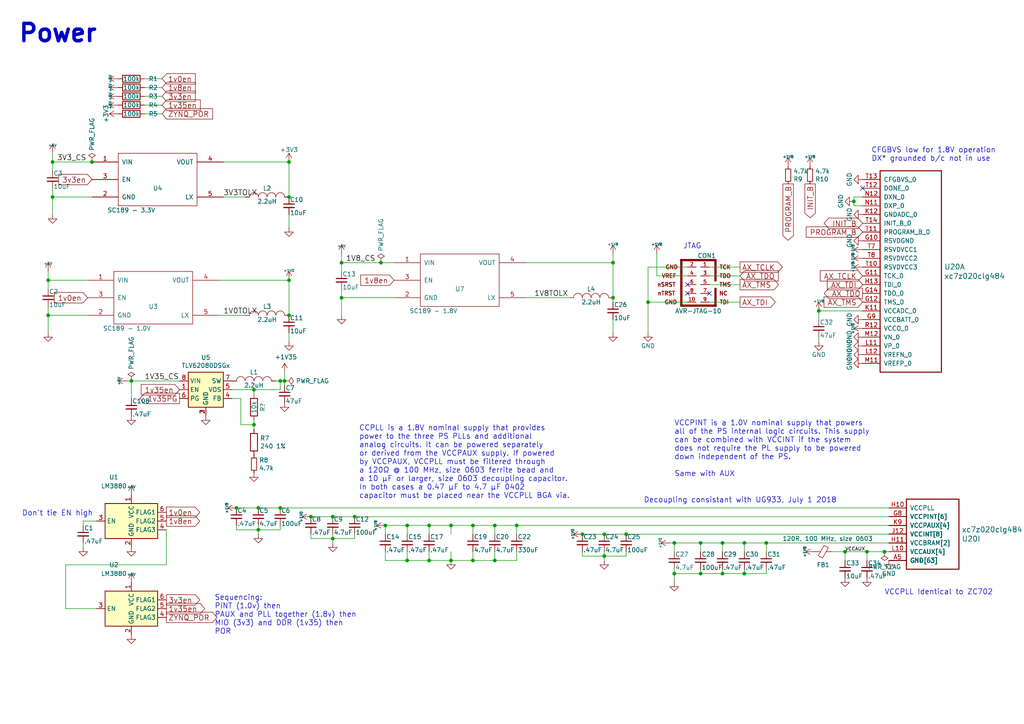
<source format=kicad_sch>
(kicad_sch (version 20230121) (generator eeschema)
  (paper "A4")
  (junction (at 130.81 162.56))
  (junction (at 177.8 76.2))
  (junction (at 118.11 152.4))
  (junction (at 13.97 81.28))
  (junction (at 195.58 166.37))
  (junction (at 83.82 57.15))
  (junction (at 111.76 152.4))
  (junction (at 130.81 152.4))
  (junction (at 81.28 110.49))
  (junction (at 83.82 91.44))
  (junction (at 15.24 57.15))
  (junction (at 215.9 166.37))
  (junction (at 38.1 110.49))
  (junction (at 177.8 86.36))
  (junction (at 68.58 147.32))
  (junction (at 149.86 152.4))
  (junction (at 175.26 161.29))
  (junction (at 15.24 46.99))
  (junction (at 245.11 160.02))
  (junction (at 102.87 149.86))
  (junction (at 73.66 113.03))
  (junction (at 168.91 154.94))
  (junction (at 222.25 157.48))
  (junction (at 110.49 76.2))
  (junction (at 83.82 46.99))
  (junction (at 195.58 157.48))
  (junction (at 26.67 46.99))
  (junction (at 124.46 162.56))
  (junction (at 209.55 157.48))
  (junction (at 90.17 149.86))
  (junction (at 137.16 152.4))
  (junction (at 82.55 110.49))
  (junction (at 137.16 162.56))
  (junction (at 237.49 90.17))
  (junction (at 175.26 154.94))
  (junction (at 118.11 162.56))
  (junction (at 215.9 157.48))
  (junction (at 96.52 156.21))
  (junction (at 181.61 154.94))
  (junction (at 99.06 76.2))
  (junction (at 209.55 166.37))
  (junction (at 203.2 157.48))
  (junction (at 187.96 87.63))
  (junction (at 13.97 91.44))
  (junction (at 96.52 149.86))
  (junction (at 74.93 147.32))
  (junction (at 73.66 123.19))
  (junction (at 251.46 160.02))
  (junction (at 247.65 58.42))
  (junction (at 74.93 153.67))
  (junction (at 143.51 152.4))
  (junction (at 81.28 147.32))
  (junction (at 124.46 152.4))
  (junction (at 256.54 160.02))
  (junction (at 143.51 162.56))
  (junction (at 99.06 86.36))
  (junction (at 83.82 81.28))
  (junction (at 203.2 166.37))
  (no_connect (at 250.19 54.61))
  (no_connect (at 199.39 85.09))
  (no_connect (at 205.74 85.09))
  (no_connect (at 199.39 82.55))
  (wire (pts (xy 124.46 160.02) (xy 124.46 162.56)))
  (wire (pts (xy 81.28 110.49) (xy 82.55 110.49)))
  (wire (pts (xy 237.49 97.79) (xy 237.49 99.06)))
  (wire (pts (xy 175.26 161.29) (xy 175.26 160.02)))
  (wire (pts (xy 187.96 77.47) (xy 187.96 87.63)))
  (wire (pts (xy 137.16 154.94) (xy 137.16 152.4)))
  (wire (pts (xy 149.86 162.56) (xy 149.86 160.02)))
  (wire (pts (xy 63.5 81.28) (xy 83.82 81.28)))
  (wire (pts (xy 168.91 154.94) (xy 175.26 154.94)))
  (wire (pts (xy 13.97 81.28) (xy 13.97 83.82)))
  (wire (pts (xy 215.9 157.48) (xy 215.9 160.02)))
  (wire (pts (xy 181.61 161.29) (xy 181.61 160.02)))
  (wire (pts (xy 73.66 114.3) (xy 73.66 113.03)))
  (wire (pts (xy 143.51 154.94) (xy 143.51 152.4)))
  (wire (pts (xy 81.28 153.67) (xy 81.28 152.4)))
  (wire (pts (xy 175.26 161.29) (xy 181.61 161.29)))
  (wire (pts (xy 247.65 58.42) (xy 247.65 59.69)))
  (wire (pts (xy 143.51 160.02) (xy 143.51 162.56)))
  (wire (pts (xy 99.06 86.36) (xy 99.06 91.44)))
  (wire (pts (xy 110.49 76.2) (xy 114.3 76.2)))
  (wire (pts (xy 48.26 153.67) (xy 48.26 163.83)))
  (wire (pts (xy 69.85 115.57) (xy 69.85 123.19)))
  (wire (pts (xy 19.05 176.53) (xy 27.94 176.53)))
  (wire (pts (xy 13.97 81.28) (xy 25.4 81.28)))
  (wire (pts (xy 203.2 157.48) (xy 203.2 160.02)))
  (wire (pts (xy 222.25 157.48) (xy 222.25 160.02)))
  (wire (pts (xy 130.81 154.94) (xy 130.81 152.4)))
  (wire (pts (xy 15.24 54.61) (xy 15.24 57.15)))
  (wire (pts (xy 83.82 46.99) (xy 83.82 57.15)))
  (wire (pts (xy 247.65 59.69) (xy 250.19 59.69)))
  (wire (pts (xy 90.17 154.94) (xy 90.17 156.21)))
  (wire (pts (xy 68.58 147.32) (xy 74.93 147.32)))
  (wire (pts (xy 67.31 113.03) (xy 73.66 113.03)))
  (wire (pts (xy 46.99 27.94) (xy 41.91 27.94)))
  (wire (pts (xy 24.13 151.13) (xy 24.13 152.4)))
  (wire (pts (xy 74.93 153.67) (xy 81.28 153.67)))
  (wire (pts (xy 15.24 44.45) (xy 15.24 46.99)))
  (wire (pts (xy 215.9 166.37) (xy 222.25 166.37)))
  (wire (pts (xy 36.83 110.49) (xy 38.1 110.49)))
  (wire (pts (xy 177.8 76.2) (xy 177.8 86.36)))
  (wire (pts (xy 83.82 96.52) (xy 83.82 99.06)))
  (wire (pts (xy 74.93 153.67) (xy 74.93 152.4)))
  (wire (pts (xy 251.46 160.02) (xy 251.46 162.56)))
  (wire (pts (xy 250.19 90.17) (xy 237.49 90.17)))
  (wire (pts (xy 203.2 157.48) (xy 209.55 157.48)))
  (wire (pts (xy 143.51 162.56) (xy 149.86 162.56)))
  (wire (pts (xy 237.49 90.17) (xy 237.49 92.71)))
  (wire (pts (xy 187.96 87.63) (xy 187.96 96.52)))
  (wire (pts (xy 175.26 161.29) (xy 175.26 162.56)))
  (wire (pts (xy 149.86 152.4) (xy 257.81 152.4)))
  (wire (pts (xy 181.61 154.94) (xy 257.81 154.94)))
  (wire (pts (xy 99.06 76.2) (xy 99.06 78.74)))
  (wire (pts (xy 82.55 110.49) (xy 82.55 111.76)))
  (wire (pts (xy 96.52 149.86) (xy 102.87 149.86)))
  (wire (pts (xy 222.25 157.48) (xy 257.81 157.48)))
  (wire (pts (xy 15.24 57.15) (xy 15.24 62.23)))
  (wire (pts (xy 15.24 46.99) (xy 26.67 46.99)))
  (wire (pts (xy 96.52 156.21) (xy 102.87 156.21)))
  (wire (pts (xy 71.12 57.15) (xy 64.77 57.15)))
  (wire (pts (xy 19.05 163.83) (xy 19.05 176.53)))
  (wire (pts (xy 124.46 152.4) (xy 130.81 152.4)))
  (wire (pts (xy 90.17 149.86) (xy 96.52 149.86)))
  (wire (pts (xy 83.82 81.28) (xy 83.82 91.44)))
  (wire (pts (xy 195.58 157.48) (xy 203.2 157.48)))
  (wire (pts (xy 199.39 80.01) (xy 190.5 80.01)))
  (wire (pts (xy 215.9 166.37) (xy 215.9 165.1)))
  (wire (pts (xy 209.55 157.48) (xy 215.9 157.48)))
  (wire (pts (xy 99.06 76.2) (xy 110.49 76.2)))
  (wire (pts (xy 250.19 57.15) (xy 247.65 57.15)))
  (wire (pts (xy 111.76 154.94) (xy 111.76 152.4)))
  (wire (pts (xy 124.46 154.94) (xy 124.46 152.4)))
  (wire (pts (xy 83.82 62.23) (xy 83.82 66.04)))
  (wire (pts (xy 247.65 57.15) (xy 247.65 58.42)))
  (wire (pts (xy 80.01 110.49) (xy 81.28 110.49)))
  (wire (pts (xy 137.16 160.02) (xy 137.16 162.56)))
  (wire (pts (xy 118.11 160.02) (xy 118.11 162.56)))
  (wire (pts (xy 257.81 160.02) (xy 256.54 160.02)))
  (wire (pts (xy 195.58 165.1) (xy 195.58 166.37)))
  (wire (pts (xy 73.66 124.46) (xy 73.66 123.19)))
  (wire (pts (xy 38.1 115.57) (xy 38.1 110.49)))
  (wire (pts (xy 209.55 166.37) (xy 209.55 165.1)))
  (wire (pts (xy 73.66 123.19) (xy 73.66 121.92)))
  (wire (pts (xy 195.58 160.02) (xy 195.58 157.48)))
  (wire (pts (xy 199.39 87.63) (xy 187.96 87.63)))
  (wire (pts (xy 46.99 22.86) (xy 41.91 22.86)))
  (wire (pts (xy 111.76 152.4) (xy 118.11 152.4)))
  (wire (pts (xy 215.9 157.48) (xy 222.25 157.48)))
  (wire (pts (xy 124.46 162.56) (xy 130.81 162.56)))
  (wire (pts (xy 152.4 76.2) (xy 177.8 76.2)))
  (wire (pts (xy 190.5 80.01) (xy 190.5 73.66)))
  (wire (pts (xy 90.17 156.21) (xy 96.52 156.21)))
  (wire (pts (xy 24.13 157.48) (xy 24.13 158.75)))
  (wire (pts (xy 245.11 160.02) (xy 251.46 160.02)))
  (wire (pts (xy 102.87 156.21) (xy 102.87 154.94)))
  (wire (pts (xy 214.63 87.63) (xy 205.74 87.63)))
  (wire (pts (xy 13.97 88.9) (xy 13.97 91.44)))
  (wire (pts (xy 177.8 86.36) (xy 177.8 87.63)))
  (wire (pts (xy 209.55 166.37) (xy 215.9 166.37)))
  (wire (pts (xy 99.06 83.82) (xy 99.06 86.36)))
  (wire (pts (xy 256.54 160.02) (xy 251.46 160.02)))
  (wire (pts (xy 130.81 152.4) (xy 137.16 152.4)))
  (wire (pts (xy 99.06 86.36) (xy 114.3 86.36)))
  (wire (pts (xy 209.55 157.48) (xy 209.55 160.02)))
  (wire (pts (xy 241.3 160.02) (xy 245.11 160.02)))
  (wire (pts (xy 118.11 152.4) (xy 124.46 152.4)))
  (wire (pts (xy 130.81 160.02) (xy 130.81 162.56)))
  (wire (pts (xy 96.52 156.21) (xy 96.52 157.48)))
  (wire (pts (xy 203.2 166.37) (xy 209.55 166.37)))
  (wire (pts (xy 143.51 152.4) (xy 149.86 152.4)))
  (wire (pts (xy 195.58 166.37) (xy 195.58 168.91)))
  (wire (pts (xy 41.91 30.48) (xy 46.99 30.48)))
  (wire (pts (xy 214.63 80.01) (xy 205.74 80.01)))
  (wire (pts (xy 195.58 166.37) (xy 203.2 166.37)))
  (wire (pts (xy 130.81 162.56) (xy 137.16 162.56)))
  (wire (pts (xy 137.16 152.4) (xy 143.51 152.4)))
  (wire (pts (xy 13.97 78.74) (xy 13.97 81.28)))
  (wire (pts (xy 137.16 162.56) (xy 143.51 162.56)))
  (wire (pts (xy 118.11 162.56) (xy 124.46 162.56)))
  (wire (pts (xy 63.5 91.44) (xy 71.12 91.44)))
  (wire (pts (xy 214.63 77.47) (xy 205.74 77.47)))
  (wire (pts (xy 99.06 73.66) (xy 99.06 76.2)))
  (wire (pts (xy 68.58 152.4) (xy 68.58 153.67)))
  (wire (pts (xy 73.66 113.03) (xy 81.28 113.03)))
  (wire (pts (xy 13.97 91.44) (xy 13.97 96.52)))
  (wire (pts (xy 74.93 147.32) (xy 81.28 147.32)))
  (wire (pts (xy 118.11 152.4) (xy 118.11 154.94)))
  (wire (pts (xy 177.8 92.71) (xy 177.8 96.52)))
  (wire (pts (xy 64.77 46.99) (xy 83.82 46.99)))
  (wire (pts (xy 175.26 154.94) (xy 181.61 154.94)))
  (wire (pts (xy 38.1 110.49) (xy 52.07 110.49)))
  (wire (pts (xy 177.8 73.66) (xy 177.8 76.2)))
  (wire (pts (xy 203.2 166.37) (xy 203.2 165.1)))
  (wire (pts (xy 81.28 113.03) (xy 81.28 110.49)))
  (wire (pts (xy 149.86 152.4) (xy 149.86 154.94)))
  (wire (pts (xy 152.4 86.36) (xy 165.1 86.36)))
  (wire (pts (xy 82.55 110.49) (xy 82.55 107.95)))
  (wire (pts (xy 68.58 153.67) (xy 74.93 153.67)))
  (wire (pts (xy 67.31 115.57) (xy 69.85 115.57)))
  (wire (pts (xy 168.91 160.02) (xy 168.91 161.29)))
  (wire (pts (xy 46.99 33.02) (xy 41.91 33.02)))
  (wire (pts (xy 81.28 147.32) (xy 257.81 147.32)))
  (wire (pts (xy 13.97 91.44) (xy 25.4 91.44)))
  (wire (pts (xy 96.52 156.21) (xy 96.52 154.94)))
  (wire (pts (xy 214.63 82.55) (xy 205.74 82.55)))
  (wire (pts (xy 199.39 77.47) (xy 187.96 77.47)))
  (wire (pts (xy 168.91 161.29) (xy 175.26 161.29)))
  (wire (pts (xy 194.31 157.48) (xy 195.58 157.48)))
  (wire (pts (xy 245.11 160.02) (xy 245.11 162.56)))
  (wire (pts (xy 111.76 160.02) (xy 111.76 162.56)))
  (wire (pts (xy 41.91 25.4) (xy 46.99 25.4)))
  (wire (pts (xy 15.24 46.99) (xy 15.24 49.53)))
  (wire (pts (xy 48.26 163.83) (xy 19.05 163.83)))
  (wire (pts (xy 27.94 151.13) (xy 24.13 151.13)))
  (wire (pts (xy 15.24 57.15) (xy 26.67 57.15)))
  (wire (pts (xy 74.93 153.67) (xy 74.93 154.94)))
  (wire (pts (xy 111.76 162.56) (xy 118.11 162.56)))
  (wire (pts (xy 102.87 149.86) (xy 257.81 149.86)))
  (wire (pts (xy 69.85 123.19) (xy 73.66 123.19)))
  (wire (pts (xy 222.25 166.37) (xy 222.25 165.1)))
  (text "Decoupling consistant with UG933, July 1 2018" (at 186.69 146.05 0) (effects (font (size 1.524 1.524)) (justify left bottom)))
  (text "Power" (at 5.08 12.7 0) (effects (font (size 5.0038 5.0038) (thickness 1.0008) bold) (justify left bottom)))
  (text "VCCPINT is a 1.0V nominal supply that powers \nall of the PS internal logic circuits. This supply \ncan be combined with VCCINT if the system \ndoes not require the PL supply to be powered \ndown independent of the PS.\n\nSame with AUX" (at 195.58 138.43 0) (effects (font (size 1.524 1.524)) (justify left bottom)))
  (text "VCCPLL Identical to ZC702" (at 256.54 172.72 0) (effects (font (size 1.524 1.524)) (justify left bottom)))
  (text "CCPLL is a 1.8V nominal supply that provides \npower to the three PS PLLs and additional\nanalog circuits. It can be powered separately \nor derived from the VCCPAUX supply. If powered\nby VCCPAUX, VCCPLL must be filtered through \na 120Ω @ 100 MHz, size 0603 ferrite bead and\na 10 µF or larger, size 0603 decoupling capacitor. \nIn both cases a 0.47 µF to 4.7 µF 0402\ncapacitor must be placed near the VCCPLL BGA via. " (at 104.14 144.78 0) (effects (font (size 1.524 1.524)) (justify left bottom)))
  (text "Don't tie EN high" (at 6.35 149.86 0) (effects (font (size 1.5494 1.5494)) (justify left bottom)))
  (text "JTAG" (at 198.12 72.39 0) (effects (font (size 1.524 1.524)) (justify left bottom)))
  (text "Sequencing: \nPINT (1.0v) then \nPAUX and PLL together (1.8v) then\nMIO (3v3) and DDR (1v35) then\nPOR" (at 62.23 184.15 0) (effects (font (size 1.524 1.524)) (justify left bottom)))
  (text "CFGBVS low for 1.8V operation\nDX* grounded b/c not in use" (at 252.73 46.99 0) (effects (font (size 1.524 1.524)) (justify left bottom)))
  (label "1V0TOLX" (at 64.77 91.44 0) (effects (font (size 1.524 1.524))))
  (label "1V35_CS" (at 41.91 110.49 0) (effects (font (size 1.524 1.524))))
  (label "3V3TOLX" (at 64.77 57.15 0) (effects (font (size 1.524 1.524))))
  (label "3V3_CS" (at 16.51 46.99 0) (effects (font (size 1.524 1.524))))
  (label "1V8TOLX" (at 154.94 86.36 0) (effects (font (size 1.524 1.524))))
  (label "VCCAUX" (at 245.11 160.02 0) (effects (font (size 0.9906 0.9906))))
  (label "1V8_CS" (at 100.33 76.2 0) (effects (font (size 1.524 1.524))))
  (global_label "AX_TDO" (shape input) (at 214.63 80.01 0) (effects (font (size 1.524 1.524))) (property "Intersheetrefs" "${INTERSHEET_REFS}" (effects hide)))
  (global_label "1v0en" (shape input) (at 25.4 86.36 180) (effects (font (size 1.524 1.524))) (property "Intersheetrefs" "${INTERSHEET_REFS}" (effects hide)))
  (global_label "1v35en" (shape input) (at 52.07 113.03 180) (effects (font (size 1.524 1.524))) (property "Intersheetrefs" "${INTERSHEET_REFS}" (effects hide)))
  (global_label "3v3en" (shape output) (at 48.26 173.99 0) (effects (font (size 1.524 1.524))) (property "Intersheetrefs" "${INTERSHEET_REFS}" (effects hide)))
  (global_label "AX_TCLK" (shape input) (at 250.19 80.01 180) (effects (font (size 1.524 1.524))) (property "Intersheetrefs" "${INTERSHEET_REFS}" (effects hide)))
  (global_label "INIT_B" (shape output) (at 234.95 53.34 270) (effects (font (size 1.524 1.524))) (property "Intersheetrefs" "${INTERSHEET_REFS}" (effects hide)))
  (global_label "AX_TCLK" (shape output) (at 214.63 77.47 0) (effects (font (size 1.524 1.524))) (property "Intersheetrefs" "${INTERSHEET_REFS}" (effects hide)))
  (global_label "1v8en" (shape output) (at 48.26 151.13 0) (effects (font (size 1.524 1.524))) (property "Intersheetrefs" "${INTERSHEET_REFS}" (effects hide)))
  (global_label "1v0en" (shape output) (at 48.26 148.59 0) (effects (font (size 1.524 1.524))) (property "Intersheetrefs" "${INTERSHEET_REFS}" (effects hide)))
  (global_label "PROGRAM_B" (shape output) (at 228.6 53.34 270) (effects (font (size 1.524 1.524))) (property "Intersheetrefs" "${INTERSHEET_REFS}" (effects hide)))
  (global_label "INIT_B" (shape bidirectional) (at 250.19 64.77 180) (effects (font (size 1.524 1.524))) (property "Intersheetrefs" "${INTERSHEET_REFS}" (effects hide)))
  (global_label "AX_TMS" (shape input) (at 250.19 87.63 180) (effects (font (size 1.524 1.524))) (property "Intersheetrefs" "${INTERSHEET_REFS}" (effects hide)))
  (global_label "1v0en" (shape input) (at 46.99 22.86 0) (effects (font (size 1.524 1.524))) (property "Intersheetrefs" "${INTERSHEET_REFS}" (effects hide)))
  (global_label "3v3en" (shape input) (at 26.67 52.07 180) (effects (font (size 1.524 1.524))) (property "Intersheetrefs" "${INTERSHEET_REFS}" (effects hide)))
  (global_label "1v8en" (shape input) (at 46.99 25.4 0) (effects (font (size 1.524 1.524))) (property "Intersheetrefs" "${INTERSHEET_REFS}" (effects hide)))
  (global_label "AX_TDO" (shape output) (at 250.19 85.09 180) (effects (font (size 1.524 1.524))) (property "Intersheetrefs" "${INTERSHEET_REFS}" (effects hide)))
  (global_label "ZYNQ_POR" (shape output) (at 48.26 179.07 0) (effects (font (size 1.524 1.524))) (property "Intersheetrefs" "${INTERSHEET_REFS}" (effects hide)))
  (global_label "1v35en" (shape input) (at 46.99 30.48 0) (effects (font (size 1.524 1.524))) (property "Intersheetrefs" "${INTERSHEET_REFS}" (effects hide)))
  (global_label "AX_TDI" (shape output) (at 214.63 87.63 0) (effects (font (size 1.524 1.524))) (property "Intersheetrefs" "${INTERSHEET_REFS}" (effects hide)))
  (global_label "AX_TMS" (shape output) (at 214.63 82.55 0) (effects (font (size 1.524 1.524))) (property "Intersheetrefs" "${INTERSHEET_REFS}" (effects hide)))
  (global_label "PROGRAM_B" (shape input) (at 250.19 67.31 180) (effects (font (size 1.524 1.524))) (property "Intersheetrefs" "${INTERSHEET_REFS}" (effects hide)))
  (global_label "AX_TDI" (shape input) (at 250.19 82.55 180) (effects (font (size 1.524 1.524))) (property "Intersheetrefs" "${INTERSHEET_REFS}" (effects hide)))
  (global_label "1v8en" (shape input) (at 114.3 81.28 180) (effects (font (size 1.524 1.524))) (property "Intersheetrefs" "${INTERSHEET_REFS}" (effects hide)))
  (global_label "ZYNQ_POR" (shape input) (at 46.99 33.02 0) (effects (font (size 1.524 1.524))) (property "Intersheetrefs" "${INTERSHEET_REFS}" (effects hide)))
  (global_label "1v35PG" (shape output) (at 52.07 115.57 180) (effects (font (size 1.524 1.524))) (property "Intersheetrefs" "${INTERSHEET_REFS}" (effects hide)))
  (global_label "3v3en" (shape input) (at 46.99 27.94 0) (effects (font (size 1.524 1.524))) (property "Intersheetrefs" "${INTERSHEET_REFS}" (effects hide)))
  (global_label "1v35en" (shape output) (at 48.26 176.53 0) (effects (font (size 1.524 1.524))) (property "Intersheetrefs" "${INTERSHEET_REFS}" (effects hide)))
  (symbol (lib_id "DFTBoard-rescue:AVR-JTAG-10-") (at 200.66 82.55 0) (mirror y) (unit 1)
    (property "Reference" "CON1" (at 204.978 74.168 0))
    (property "Value" "AVR-JTAG-10" (at 209.296 90.932 0) (effects (justify left bottom)))
    (property "Footprint" "DFTcustom:XilinxJTAG" (effects hide))
    (property "MFR" "DNS" (effects hide))
  )
  (symbol (lib_id "power:GND") (at 187.96 96.52 0) (unit 1)
    (property "Reference" "#PWR038" (effects hide))
    (property "Value" "GND" (at 187.96 100.33 0))
  )
  (symbol (lib_id "power:+1V8") (at 190.5 73.66 0) (unit 1)
    (property "Reference" "#PWR039" (effects hide))
    (property "Value" "+1.8V" (at 190.5 70.866 0) (effects (font (size 0.762 0.762))))
  )
  (symbol (lib_id "Device:C_Small") (at 237.49 95.25 0) (unit 1)
    (property "Reference" "C32" (at 237.744 93.472 0) (effects (justify left)))
    (property "Value" "47uF" (at 237.744 97.282 0) (effects (justify left)))
    (property "Footprint" "Capacitor_SMD:C_0805_2012Metric" (effects hide))
    (property "MFR" "Murata" (effects hide))
    (property "MPN" "GRM219R60J476ME44D" (effects hide))
    (property "SPR" "Digikey" (effects hide))
    (property "SPN" "490-13249-1-ND" (effects hide))
  )
  (symbol (lib_id "power:GND") (at 237.49 99.06 0) (unit 1)
    (property "Reference" "#PWR048" (effects hide))
    (property "Value" "GND" (at 237.49 102.87 0))
  )
  (symbol (lib_id "power:GND") (at 250.19 52.07 270) (unit 1)
    (property "Reference" "#PWR046" (effects hide))
    (property "Value" "GND" (at 246.38 52.07 0))
  )
  (symbol (lib_id "power:+1V8") (at 237.49 90.17 0) (unit 1)
    (property "Reference" "#PWR047" (effects hide))
    (property "Value" "+1.8V" (at 237.49 87.376 0) (effects (font (size 0.762 0.762))))
  )
  (symbol (lib_id "power:+1V0") (at 194.31 157.48 90) (unit 1)
    (property "Reference" "#PWR042" (effects hide))
    (property "Value" "+1.0V" (at 191.516 157.48 0) (effects (font (size 0.762 0.762))))
    (instances (project "DFTBoard" (path "" (reference "#PWR042") (unit 1)) (path "" (reference "#PWR?") (unit 1))))
  )
  (symbol (lib_id "Device:C_Small") (at 203.2 162.56 0) (unit 1)
    (property "Reference" "C28" (at 203.454 160.782 0) (effects (justify left)))
    (property "Value" "100uF" (at 203.454 164.592 0) (effects (justify left)))
    (property "Footprint" "Capacitor_SMD:C_1210_3225Metric" (effects hide))
    (property "MFR" "TAIYO YUDEN" (effects hide))
    (property "MPN" "JMK325ABJ107MM-P" (effects hide))
    (property "SPR" "Digikey" (effects hide))
    (property "SPN" "587-4313-1-ND" (effects hide))
  )
  (symbol (lib_id "power:GND") (at 195.58 168.91 0) (unit 1)
    (property "Reference" "#PWR043" (effects hide))
    (property "Value" "GND" (effects hide))
  )
  (symbol (lib_id "power:GND") (at 257.81 162.56 0) (unit 1)
    (property "Reference" "#PWR057" (effects hide))
    (property "Value" "GND" (at 257.81 166.37 0))
  )
  (symbol (lib_id "DFTBoard-rescue:SC189-") (at 133.35 81.28 0) (unit 1)
    (property "Reference" "U7" (at 133.35 83.82 0))
    (property "Value" "SC189 - 1.8V" (at 125.73 90.17 0))
    (property "Footprint" "Package_TO_SOT_SMD:SOT-23-5" (effects hide))
    (property "Datasheet" "DOCUMENTATION" (effects hide))
    (property "MFR" "Semtech Corporation" (effects hide))
    (property "MPN" "SC189LSKTRT" (effects hide))
    (property "SPR" "Digikey" (effects hide))
    (property "SPN" "SC189LSKCT-ND" (effects hide))
  )
  (symbol (lib_id "DFTBoard-rescue:SC189-") (at 45.72 52.07 0) (unit 1)
    (property "Reference" "U4" (at 45.72 54.61 0))
    (property "Value" "SC189 - 3.3V" (at 38.1 60.96 0))
    (property "Footprint" "Package_TO_SOT_SMD:SOT-23-5" (effects hide))
    (property "Datasheet" "DOCUMENTATION" (effects hide))
    (property "MFR" "Semtech Corporation" (effects hide))
    (property "MPN" "SC189ZSKTRT" (effects hide))
    (property "SPR" "Digikey" (effects hide))
    (property "SPN" "SC189ZSKCT-ND" (effects hide))
  )
  (symbol (lib_id "DFTBoard-rescue:SC189-") (at 44.45 86.36 0) (unit 1)
    (property "Reference" "U3" (at 44.45 88.9 0))
    (property "Value" "SC189 - 1.0V" (at 36.83 95.25 0))
    (property "Footprint" "Package_TO_SOT_SMD:SOT-23-5" (effects hide))
    (property "Datasheet" "DOCUMENTATION" (effects hide))
    (property "MFR" "Semtech Corporation" (effects hide))
    (property "MPN" "SC189ASKTRT" (effects hide))
    (property "SPR" "Digikey" (effects hide))
    (property "SPN" "SC189ASKCT-ND" (effects hide))
  )
  (symbol (lib_id "power:GND") (at 13.97 96.52 0) (unit 1)
    (property "Reference" "#PWR03" (effects hide))
    (property "Value" "GND" (effects hide))
  )
  (symbol (lib_id "Device:C_Small") (at 15.24 52.07 0) (unit 1)
    (property "Reference" "C3" (at 15.494 50.292 0) (effects (justify left)))
    (property "Value" "10uF" (at 15.494 54.102 0) (effects (justify left)))
    (property "Footprint" "Capacitor_SMD:C_0603_1608Metric" (effects hide))
    (property "MFR" "Murata" (effects hide))
    (property "MPN" "GRM188R61A106KE69J" (effects hide))
    (property "SPR" "Digikey" (effects hide))
    (property "SPN" "490-14372-1-ND" (effects hide))
  )
  (symbol (lib_id "Device:C_Small") (at 99.06 81.28 0) (unit 1)
    (property "Reference" "C13" (at 99.314 79.502 0) (effects (justify left)))
    (property "Value" "10uF" (at 99.314 83.312 0) (effects (justify left)))
    (property "Footprint" "Capacitor_SMD:C_0603_1608Metric" (effects hide))
    (property "MFR" "Murata" (effects hide))
    (property "MPN" "GRM188R61A106KE69J" (effects hide))
    (property "SPR" "Digikey" (effects hide))
    (property "SPN" "490-14372-1-ND" (effects hide))
  )
  (symbol (lib_id "Device:C_Small") (at 13.97 86.36 0) (unit 1)
    (property "Reference" "C2" (at 14.224 84.582 0) (effects (justify left)))
    (property "Value" "10uF" (at 14.224 88.392 0) (effects (justify left)))
    (property "Footprint" "Capacitor_SMD:C_0603_1608Metric" (effects hide))
    (property "MFR" "Murata" (effects hide))
    (property "MPN" "GRM188R61A106KE69J" (effects hide))
    (property "SPR" "Digikey" (effects hide))
    (property "SPN" "490-14372-1-ND" (effects hide))
  )
  (symbol (lib_id "Device:C_Small") (at 83.82 59.69 0) (unit 1)
    (property "Reference" "C10" (at 84.074 57.912 0) (effects (justify left)))
    (property "Value" "10uF" (at 84.074 61.722 0) (effects (justify left)))
    (property "Footprint" "Capacitor_SMD:C_0603_1608Metric" (effects hide))
    (property "MFR" "Murata" (effects hide))
    (property "MPN" "GRM188R61A106KE69J" (effects hide))
    (property "SPR" "Digikey" (effects hide))
    (property "SPN" "490-14372-1-ND" (effects hide))
  )
  (symbol (lib_id "Device:C_Small") (at 83.82 93.98 0) (unit 1)
    (property "Reference" "C11" (at 84.074 92.202 0) (effects (justify left)))
    (property "Value" "10uF" (at 84.074 96.012 0) (effects (justify left)))
    (property "Footprint" "Capacitor_SMD:C_0603_1608Metric" (effects hide))
    (property "MFR" "Murata" (effects hide))
    (property "MPN" "GRM188R61A106KE69J" (effects hide))
    (property "SPR" "Digikey" (effects hide))
    (property "SPN" "490-14372-1-ND" (effects hide))
  )
  (symbol (lib_id "Device:C_Small") (at 177.8 90.17 0) (unit 1)
    (property "Reference" "C26" (at 178.054 88.392 0) (effects (justify left)))
    (property "Value" "10uF" (at 178.054 92.202 0) (effects (justify left)))
    (property "Footprint" "Capacitor_SMD:C_0603_1608Metric" (effects hide))
    (property "MFR" "Murata" (effects hide))
    (property "MPN" "GRM188R61A106KE69J" (effects hide))
    (property "SPR" "Digikey" (effects hide))
    (property "SPN" "490-14372-1-ND" (effects hide))
  )
  (symbol (lib_id "power:GND") (at 83.82 66.04 0) (unit 1)
    (property "Reference" "#PWR025" (effects hide))
    (property "Value" "GND" (effects hide))
  )
  (symbol (lib_id "power:GND") (at 83.82 99.06 0) (unit 1)
    (property "Reference" "#PWR027" (effects hide))
    (property "Value" "GND" (effects hide))
  )
  (symbol (lib_id "power:GND") (at 177.8 96.52 0) (unit 1)
    (property "Reference" "#PWR041" (effects hide))
    (property "Value" "GND" (effects hide))
  )
  (symbol (lib_id "power:+1V0") (at 83.82 81.28 0) (unit 1)
    (property "Reference" "#PWR026" (effects hide))
    (property "Value" "+1.0V" (at 83.82 78.486 0) (effects (font (size 0.762 0.762))))
    (instances (project "DFTBoard" (path "" (reference "#PWR026") (unit 1)) (path "" (reference "#PWR?") (unit 1))))
  )
  (symbol (lib_id "power:+1V8") (at 177.8 73.66 0) (unit 1)
    (property "Reference" "#PWR040" (effects hide))
    (property "Value" "+1.8V" (at 177.8 70.866 0) (effects (font (size 0.762 0.762))))
  )
  (symbol (lib_id "DFTBoard-rescue:INDUCTOR_SMALL_P-") (at 77.47 57.15 0) (unit 1)
    (property "Reference" "L2" (at 77.47 54.61 0))
    (property "Value" "2.2uH" (at 77.47 58.42 0))
    (property "Footprint" "Capacitor_SMD:C_1812_4532Metric" (effects hide))
    (property "MFR" "Murata" (effects hide))
    (property "MPN" "LQH43PN2R2M26L" (effects hide))
    (property "SPR" "Digikey" (effects hide))
    (property "SPN" "490-12049-1-ND" (effects hide))
  )
  (symbol (lib_id "DFTBoard-rescue:INDUCTOR_SMALL_P-") (at 77.47 91.44 0) (unit 1)
    (property "Reference" "L3" (at 77.47 88.9 0))
    (property "Value" "2.2uH" (at 77.47 92.71 0))
    (property "Footprint" "Capacitor_SMD:C_1812_4532Metric" (effects hide))
    (property "MFR" "Murata" (effects hide))
    (property "MPN" "LQH43PN2R2M26L" (effects hide))
    (property "SPR" "Digikey" (effects hide))
    (property "SPN" "490-12049-1-ND" (effects hide))
  )
  (symbol (lib_id "DFTBoard-rescue:INDUCTOR_SMALL_P-") (at 171.45 86.36 0) (unit 1)
    (property "Reference" "L4" (at 171.45 83.82 0))
    (property "Value" "2.2uH" (at 171.45 87.63 0))
    (property "Footprint" "Capacitor_SMD:C_1812_4532Metric" (effects hide))
    (property "MFR" "Murata" (effects hide))
    (property "MPN" "LQH43PN2R2M26L" (effects hide))
    (property "SPR" "Digikey" (effects hide))
    (property "SPN" "490-12049-1-ND" (effects hide))
  )
  (symbol (lib_id "power:+3V3") (at 83.82 46.99 0) (unit 1)
    (property "Reference" "#PWR024" (effects hide))
    (property "Value" "+3.3V" (at 83.82 43.434 0))
  )
  (symbol (lib_id "power:GND") (at 15.24 62.23 0) (unit 1)
    (property "Reference" "#PWR05" (effects hide))
    (property "Value" "GND" (effects hide))
  )
  (symbol (lib_id "power:GND") (at 99.06 91.44 0) (unit 1)
    (property "Reference" "#PWR029" (effects hide))
    (property "Value" "GND" (effects hide))
  )
  (symbol (lib_id "Device:C_Small") (at 251.46 165.1 0) (unit 1)
    (property "Reference" "C34" (at 251.714 163.322 0) (effects (justify left)))
    (property "Value" ".47uF" (at 251.714 167.132 0) (effects (justify left)))
    (property "Footprint" "Capacitor_SMD:C_0402_1005Metric" (effects hide))
    (property "MFR" "Yageo" (effects hide))
    (property "MPN" "CC0402KRX5R5BB474" (effects hide))
    (property "SPR" "Digikey" (effects hide))
    (property "SPN" "311-1684-1-ND" (effects hide))
  )
  (symbol (lib_id "power:GND") (at 251.46 167.64 0) (unit 1)
    (property "Reference" "#PWR056" (effects hide))
    (property "Value" "GND" (effects hide))
  )
  (symbol (lib_id "DFTBoard-rescue:Ferrite_Bead_Small-Device") (at 238.76 160.02 270) (unit 1)
    (property "Reference" "FB1" (at 238.76 163.83 90))
    (property "Value" "120R, 100 MHz, size 0603" (at 240.03 156.21 90))
    (property "Footprint" "Capacitor_SMD:C_0603_1608Metric" (effects hide))
    (property "MFR" "Murata Electronics" (effects hide))
    (property "MPN" "BLM18AG121SN1D" (effects hide))
    (property "SPR" "Digikey" (effects hide))
    (property "SPN" "490-1011-1-ND" (effects hide))
    (property "SPURL" "-" (effects hide))
  )
  (symbol (lib_id "power:+1V8") (at 236.22 160.02 90) (unit 1)
    (property "Reference" "#PWR049" (effects hide))
    (property "Value" "+1.8V" (at 233.426 160.02 0) (effects (font (size 0.762 0.762))))
  )
  (symbol (lib_id "Device:C_Small") (at 245.11 165.1 0) (unit 1)
    (property "Reference" "C33" (at 245.364 163.322 0) (effects (justify left)))
    (property "Value" "10uF" (at 245.364 167.132 0) (effects (justify left)))
    (property "Footprint" "Capacitor_SMD:C_0603_1608Metric" (effects hide))
    (property "MFR" "Murata" (effects hide))
    (property "MPN" "GRM188R61A106KE69J" (effects hide))
    (property "SPR" "Digikey" (effects hide))
    (property "SPN" "490-14372-1-ND" (effects hide))
  )
  (symbol (lib_id "power:GND") (at 245.11 167.64 0) (unit 1)
    (property "Reference" "#PWR051" (effects hide))
    (property "Value" "GND" (effects hide))
  )
  (symbol (lib_id "Device:C_Small") (at 149.86 157.48 0) (unit 1)
    (property "Reference" "C22" (at 150.114 155.702 0) (effects (justify left)))
    (property "Value" "330uF" (at 150.114 159.512 0) (effects (justify left)))
    (property "Footprint" "Capacitor_SMD:C_1206_3216Metric" (effects hide))
    (property "MFR" "AVX Corporation" (effects hide))
    (property "MPN" "F950G337MAAAQ2" (effects hide))
    (property "SPR" "Digikey" (effects hide))
    (property "SPN" "478-8378-1-ND" (effects hide))
    (property "SPURL" "-" (effects hide))
  )
  (symbol (lib_id "Device:C_Small") (at 143.51 157.48 0) (unit 1)
    (property "Reference" "C20" (at 143.764 155.702 0) (effects (justify left)))
    (property "Value" "4.7uF" (at 143.764 159.512 0) (effects (justify left)))
    (property "Footprint" "Capacitor_SMD:C_0402_1005Metric" (effects hide))
    (property "MFR" "Murata" (effects hide))
    (property "MPN" "GRM155R60G475ME47D" (effects hide))
    (property "SPR" "Digikey" (effects hide))
    (property "SPN" "490-11980-1-ND" (effects hide))
  )
  (symbol (lib_id "Device:C_Small") (at 137.16 157.48 0) (unit 1)
    (property "Reference" "C19" (at 137.414 155.702 0) (effects (justify left)))
    (property "Value" "4.7uF" (at 137.414 159.512 0) (effects (justify left)))
    (property "Footprint" "Capacitor_SMD:C_0402_1005Metric" (effects hide))
    (property "MFR" "Murata" (effects hide))
    (property "MPN" "GRM155R60G475ME47D" (effects hide))
    (property "SPR" "Digikey" (effects hide))
    (property "SPN" "490-11980-1-ND" (effects hide))
  )
  (symbol (lib_id "Device:C_Small") (at 124.46 157.48 0) (unit 1)
    (property "Reference" "C17" (at 124.714 155.702 0) (effects (justify left)))
    (property "Value" ".47uF" (at 124.714 159.512 0) (effects (justify left)))
    (property "Footprint" "Capacitor_SMD:C_0402_1005Metric" (effects hide))
    (property "MFR" "Yageo" (effects hide))
    (property "MPN" "CC0402KRX5R5BB474" (effects hide))
    (property "SPR" "Digikey" (effects hide))
    (property "SPN" "311-1684-1-ND" (effects hide))
  )
  (symbol (lib_id "Device:C_Small") (at 118.11 157.48 0) (unit 1)
    (property "Reference" "C15" (at 118.364 155.702 0) (effects (justify left)))
    (property "Value" ".47uF" (at 118.364 159.512 0) (effects (justify left)))
    (property "Footprint" "Capacitor_SMD:C_0402_1005Metric" (effects hide))
    (property "MFR" "Yageo" (effects hide))
    (property "MPN" "CC0402KRX5R5BB474" (effects hide))
    (property "SPR" "Digikey" (effects hide))
    (property "SPN" "311-1684-1-ND" (effects hide))
  )
  (symbol (lib_id "Device:C_Small") (at 111.76 157.48 0) (unit 1)
    (property "Reference" "C14" (at 112.014 155.702 0) (effects (justify left)))
    (property "Value" ".47uF" (at 112.014 159.512 0) (effects (justify left)))
    (property "Footprint" "Capacitor_SMD:C_0402_1005Metric" (effects hide))
    (property "MFR" "Yageo" (effects hide))
    (property "MPN" "CC0402KRX5R5BB474" (effects hide))
    (property "SPR" "Digikey" (effects hide))
    (property "SPN" "311-1684-1-ND" (effects hide))
  )
  (symbol (lib_id "Device:C_Small") (at 209.55 162.56 0) (unit 1)
    (property "Reference" "C29" (at 209.804 160.782 0) (effects (justify left)))
    (property "Value" ".47uF" (at 209.804 164.592 0) (effects (justify left)))
    (property "Footprint" "Capacitor_SMD:C_0402_1005Metric" (effects hide))
    (property "MFR" "Yageo" (effects hide))
    (property "MPN" "CC0402KRX5R5BB474" (effects hide))
    (property "SPR" "Digikey" (effects hide))
    (property "SPN" "311-1684-1-ND" (effects hide))
  )
  (symbol (lib_id "Device:C_Small") (at 215.9 162.56 0) (unit 1)
    (property "Reference" "C30" (at 216.154 160.782 0) (effects (justify left)))
    (property "Value" ".47uF" (at 216.154 164.592 0) (effects (justify left)))
    (property "Footprint" "Capacitor_SMD:C_0402_1005Metric" (effects hide))
    (property "MFR" "Yageo" (effects hide))
    (property "MPN" "CC0402KRX5R5BB474" (effects hide))
    (property "SPR" "Digikey" (effects hide))
    (property "SPN" "311-1684-1-ND" (effects hide))
  )
  (symbol (lib_id "Device:C_Small") (at 222.25 162.56 0) (unit 1)
    (property "Reference" "C31" (at 222.504 160.782 0) (effects (justify left)))
    (property "Value" ".47uF" (at 222.504 164.592 0) (effects (justify left)))
    (property "Footprint" "Capacitor_SMD:C_0402_1005Metric" (effects hide))
    (property "MFR" "Yageo" (effects hide))
    (property "MPN" "CC0402KRX5R5BB474" (effects hide))
    (property "SPR" "Digikey" (effects hide))
    (property "SPN" "311-1684-1-ND" (effects hide))
  )
  (symbol (lib_id "Power_Supervisor:LM3880") (at 38.1 151.13 0) (unit 1)
    (property "Reference" "U1" (at 33.02 138.43 0))
    (property "Value" "LM3880" (at 33.02 140.97 0))
    (property "Footprint" "Package_TO_SOT_SMD:SOT-23-6" (effects hide))
    (property "Datasheet" "http://www.ti.com/lit/ds/symlink/lm3880.pdf" (effects hide))
    (property "MFR" "Texas Instruments" (effects hide))
    (property "MPN" "LM3880MF-1AE/NOPB" (effects hide))
    (property "SPR" "Digikey" (effects hide))
    (property "SPN" "LM3880MF-1AE/NOPBDKR-ND" (effects hide))
    (property "SPURL" "-" (effects hide))
  )
  (symbol (lib_id "Power_Supervisor:LM3880") (at 38.1 176.53 0) (unit 1)
    (property "Reference" "U2" (at 33.02 163.83 0))
    (property "Value" "LM3880" (at 33.02 166.37 0))
    (property "Footprint" "Package_TO_SOT_SMD:SOT-23-6" (effects hide))
    (property "Datasheet" "http://www.ti.com/lit/ds/symlink/lm3880.pdf" (effects hide))
    (property "MFR" "Texas Instruments" (effects hide))
    (property "MPN" "LM3880MF-1AE/NOPB" (effects hide))
    (property "SPR" "Digikey" (effects hide))
    (property "SPN" "LM3880MF-1AE/NOPBDKR-ND" (effects hide))
    (property "SPURL" "-" (effects hide))
  )
  (symbol (lib_id "power:+5V") (at 38.1 143.51 0) (unit 1)
    (property "Reference" "#PWR06" (effects hide))
    (property "Value" "+5V" (at 38.1 141.224 0) (effects (font (size 0.762 0.762))))
  )
  (symbol (lib_id "power:+5V") (at 38.1 168.91 0) (unit 1)
    (property "Reference" "#PWR08" (effects hide))
    (property "Value" "+5V" (at 38.1 166.624 0) (effects (font (size 0.762 0.762))))
  )
  (symbol (lib_id "power:GND") (at 38.1 158.75 0) (unit 1)
    (property "Reference" "#PWR07" (effects hide))
    (property "Value" "GND" (effects hide))
  )
  (symbol (lib_id "power:GND") (at 38.1 184.15 0) (unit 1)
    (property "Reference" "#PWR09" (effects hide))
    (property "Value" "GND" (effects hide))
  )
  (symbol (lib_id "Device:R_Small") (at 228.6 50.8 0) (mirror x) (unit 1)
    (property "Reference" "R9" (at 230.0986 51.9684 0) (effects (justify left)))
    (property "Value" "4.7k" (at 230.0986 49.657 0) (effects (justify left)))
    (property "Footprint" "Resistor_SMD:R_0402_1005Metric" (effects hide))
    (property "MFR" "Yageo" (effects hide))
    (property "MPN" "RC0402JR-074K7L" (effects hide))
    (property "SPR" "Digikey" (effects hide))
    (property "SPN" "311-4.7KJRCT-ND" (effects hide))
    (property "SPURL" "-" (effects hide))
    (instances (project "DFTBoard" (path "" (reference "R9") (unit 1)) (path "" (reference "R?") (unit 1))))
  )
  (symbol (lib_id "power:+5V") (at 99.06 73.66 0) (unit 1)
    (property "Reference" "#PWR028" (effects hide))
    (property "Value" "+5V" (at 99.06 71.374 0) (effects (font (size 0.762 0.762))))
  )
  (symbol (lib_id "power:+1V8") (at 228.6 48.26 0) (mirror y) (unit 1)
    (property "Reference" "#PWR044" (effects hide))
    (property "Value" "+1.8V" (at 228.6 45.466 0) (effects (font (size 0.762 0.762))))
  )
  (symbol (lib_id "power:PWR_FLAG") (at 256.54 160.02 180) (unit 1)
    (property "Reference" "#FLG02" (effects hide))
    (property "Value" "PWR_FLAG" (at 256.54 164.4142 0))
  )
  (symbol (lib_id "Device:R") (at 38.1 22.86 90) (unit 1)
    (property "Reference" "R1" (at 44.45 22.86 90))
    (property "Value" "100k" (at 38.1 22.86 90))
    (property "Footprint" "Resistor_SMD:R_0402_1005Metric" (effects hide))
    (property "MFR" "Yageo" (effects hide))
    (property "MPN" "RC0402FR-07100KL" (effects hide))
    (property "SPR" "Digikey" (effects hide))
    (property "SPN" "311-100KLRTR-ND" (effects hide))
    (instances (project "DFTBoard" (path "" (reference "R1") (unit 1)) (path "" (reference "R?") (unit 1))))
  )
  (symbol (lib_id "Device:R_Small") (at 234.95 50.8 0) (mirror x) (unit 1)
    (property "Reference" "R10" (at 236.4486 51.9684 0) (effects (justify left)))
    (property "Value" "4.7k" (at 236.4486 49.657 0) (effects (justify left)))
    (property "Footprint" "Resistor_SMD:R_0402_1005Metric" (effects hide))
    (property "MFR" "Yageo" (effects hide))
    (property "MPN" "RC0402JR-074K7L" (effects hide))
    (property "SPR" "Digikey" (effects hide))
    (property "SPN" "311-4.7KJRCT-ND" (effects hide))
    (property "SPURL" "-" (effects hide))
    (instances (project "DFTBoard" (path "" (reference "R10") (unit 1)) (path "" (reference "R?") (unit 1))))
  )
  (symbol (lib_id "power:+1V8") (at 234.95 48.26 0) (mirror y) (unit 1)
    (property "Reference" "#PWR045" (effects hide))
    (property "Value" "+1.8V" (at 234.95 45.466 0) (effects (font (size 0.762 0.762))))
  )
  (symbol (lib_id "Device:R") (at 38.1 25.4 90) (unit 1)
    (property "Reference" "R2" (at 44.45 25.4 90))
    (property "Value" "100k" (at 38.1 25.4 90))
    (property "Footprint" "Resistor_SMD:R_0402_1005Metric" (effects hide))
    (property "MFR" "Yageo" (effects hide))
    (property "MPN" "RC0402FR-07100KL" (effects hide))
    (property "SPR" "Digikey" (effects hide))
    (property "SPN" "311-100KLRTR-ND" (effects hide))
    (instances (project "DFTBoard" (path "" (reference "R2") (unit 1)) (path "" (reference "R?") (unit 1))))
  )
  (symbol (lib_id "Device:R") (at 38.1 27.94 90) (unit 1)
    (property "Reference" "R3" (at 44.45 27.94 90))
    (property "Value" "100k" (at 38.1 27.94 90))
    (property "Footprint" "Resistor_SMD:R_0402_1005Metric" (effects hide))
    (property "MFR" "Yageo" (effects hide))
    (property "MPN" "RC0402FR-07100KL" (effects hide))
    (property "SPR" "Digikey" (effects hide))
    (property "SPN" "311-100KLRTR-ND" (effects hide))
    (instances (project "DFTBoard" (path "" (reference "R3") (unit 1)) (path "" (reference "R?") (unit 1))))
  )
  (symbol (lib_id "Device:R") (at 38.1 30.48 90) (unit 1)
    (property "Reference" "R4" (at 44.45 30.48 90))
    (property "Value" "100k" (at 38.1 30.48 90))
    (property "Footprint" "Resistor_SMD:R_0402_1005Metric" (effects hide))
    (property "MFR" "Yageo" (effects hide))
    (property "MPN" "RC0402FR-07100KL" (effects hide))
    (property "SPR" "Digikey" (effects hide))
    (property "SPN" "311-100KLRTR-ND" (effects hide))
    (instances (project "DFTBoard" (path "" (reference "R4") (unit 1)) (path "" (reference "R?") (unit 1))))
  )
  (symbol (lib_id "Device:R") (at 38.1 33.02 90) (unit 1)
    (property "Reference" "R5" (at 44.45 33.02 90))
    (property "Value" "100k" (at 38.1 33.02 90))
    (property "Footprint" "Resistor_SMD:R_0402_1005Metric" (effects hide))
    (property "MFR" "Yageo" (effects hide))
    (property "MPN" "RC0402FR-07100KL" (effects hide))
    (property "SPR" "Digikey" (effects hide))
    (property "SPN" "311-100KLRTR-ND" (effects hide))
    (instances (project "DFTBoard" (path "" (reference "R5") (unit 1)) (path "" (reference "R?") (unit 1))))
  )
  (symbol (lib_id "power:+1V8") (at 250.19 74.93 90) (unit 1)
    (property "Reference" "#PWR055" (effects hide))
    (property "Value" "+1.8V" (at 247.396 74.93 0) (effects (font (size 0.762 0.762))))
  )
  (symbol (lib_id "power:+1V8") (at 250.19 72.39 90) (unit 1)
    (property "Reference" "#PWR054" (effects hide))
    (property "Value" "+1.8V" (at 247.396 72.39 0) (effects (font (size 0.762 0.762))))
  )
  (symbol (lib_id "power:+1V8") (at 250.19 95.25 90) (unit 1)
    (property "Reference" "#PWR053" (effects hide))
    (property "Value" "+1.8V" (at 247.396 95.25 0) (effects (font (size 0.762 0.762))))
  )
  (symbol (lib_id "power:GND") (at 250.19 69.85 270) (unit 1)
    (property "Reference" "#PWR052" (effects hide))
    (property "Value" "GND" (at 246.38 69.85 0))
  )
  (symbol (lib_id "power:+3V3") (at 34.29 33.02 90) (unit 1)
    (property "Reference" "#PWR016" (effects hide))
    (property "Value" "+3.3V" (at 30.734 33.02 0))
  )
  (symbol (lib_id "Device:C_Small") (at 181.61 157.48 0) (unit 1)
    (property "Reference" "C25" (at 181.864 155.702 0) (effects (justify left)))
    (property "Value" "100uF" (at 181.864 159.512 0) (effects (justify left)))
    (property "Footprint" "Capacitor_SMD:C_1210_3225Metric" (effects hide))
    (property "MFR" "TAIYO YUDEN" (effects hide))
    (property "MPN" "JMK325ABJ107MM-P" (effects hide))
    (property "SPR" "Digikey" (effects hide))
    (property "SPN" "587-4313-1-ND" (effects hide))
  )
  (symbol (lib_id "Device:C_Small") (at 168.91 157.48 0) (unit 1)
    (property "Reference" "C23" (at 169.164 155.702 0) (effects (justify left)))
    (property "Value" ".47uF" (at 169.164 159.512 0) (effects (justify left)))
    (property "Footprint" "Capacitor_SMD:C_0402_1005Metric" (effects hide))
    (property "MFR" "Yageo" (effects hide))
    (property "MPN" "CC0402KRX5R5BB474" (effects hide))
    (property "SPR" "Digikey" (effects hide))
    (property "SPN" "311-1684-1-ND" (effects hide))
  )
  (symbol (lib_id "Device:C_Small") (at 175.26 157.48 0) (unit 1)
    (property "Reference" "C24" (at 175.514 155.702 0) (effects (justify left)))
    (property "Value" "4.7uF" (at 175.514 159.512 0) (effects (justify left)))
    (property "Footprint" "Capacitor_SMD:C_0402_1005Metric" (effects hide))
    (property "MFR" "Murata" (effects hide))
    (property "MPN" "GRM155R60G475ME47D" (effects hide))
    (property "SPR" "Digikey" (effects hide))
    (property "SPN" "490-11980-1-ND" (effects hide))
  )
  (symbol (lib_id "Device:C_Small") (at 24.13 154.94 0) (unit 1)
    (property "Reference" "C1" (at 24.384 153.162 0) (effects (justify left)))
    (property "Value" ".47uF" (at 24.384 156.972 0) (effects (justify left)))
    (property "Footprint" "Capacitor_SMD:C_0402_1005Metric" (effects hide))
    (property "MFR" "Yageo" (effects hide))
    (property "MPN" "CC0402KRX5R5BB474" (effects hide))
    (property "SPR" "Digikey" (effects hide))
    (property "SPN" "311-1684-1-ND" (effects hide))
  )
  (symbol (lib_id "power:GND") (at 24.13 158.75 0) (unit 1)
    (property "Reference" "#PWR01" (effects hide))
    (property "Value" "GND" (effects hide))
  )
  (symbol (lib_id "power:GND") (at 175.26 162.56 0) (unit 1)
    (property "Reference" "#PWR037" (effects hide))
    (property "Value" "GND" (effects hide))
  )
  (symbol (lib_id "Device:C_Small") (at 195.58 162.56 0) (unit 1)
    (property "Reference" "C27" (at 195.834 160.782 0) (effects (justify left)))
    (property "Value" "4.7uF" (at 195.834 164.592 0) (effects (justify left)))
    (property "Footprint" "Capacitor_SMD:C_0402_1005Metric" (effects hide))
    (property "MFR" "Murata" (effects hide))
    (property "MPN" "GRM155R60G475ME47D" (effects hide))
    (property "SPR" "Digikey" (effects hide))
    (property "SPN" "490-11980-1-ND" (effects hide))
  )
  (symbol (lib_id "power:GND") (at 130.81 162.56 0) (unit 1)
    (property "Reference" "#PWR0212" (effects hide))
    (property "Value" "GND" (effects hide))
  )
  (symbol (lib_id "Device:C_Small") (at 102.87 152.4 0) (unit 1)
    (property "Reference" "C12" (at 103.124 150.622 0) (effects (justify left)))
    (property "Value" "100uF" (at 103.124 154.432 0) (effects (justify left)))
    (property "Footprint" "Capacitor_SMD:C_1210_3225Metric" (effects hide))
    (property "MFR" "TAIYO YUDEN" (effects hide))
    (property "MPN" "JMK325ABJ107MM-P" (effects hide))
    (property "SPR" "Digikey" (effects hide))
    (property "SPN" "587-4313-1-ND" (effects hide))
  )
  (symbol (lib_id "Device:C_Small") (at 90.17 152.4 0) (unit 1)
    (property "Reference" "C8" (at 90.424 150.622 0) (effects (justify left)))
    (property "Value" ".47uF" (at 90.424 154.432 0) (effects (justify left)))
    (property "Footprint" "Capacitor_SMD:C_0402_1005Metric" (effects hide))
    (property "MFR" "Yageo" (effects hide))
    (property "MPN" "CC0402KRX5R5BB474" (effects hide))
    (property "SPR" "Digikey" (effects hide))
    (property "SPN" "311-1684-1-ND" (effects hide))
  )
  (symbol (lib_id "Device:C_Small") (at 96.52 152.4 0) (unit 1)
    (property "Reference" "C9" (at 96.774 150.622 0) (effects (justify left)))
    (property "Value" "4.7uF" (at 96.774 154.432 0) (effects (justify left)))
    (property "Footprint" "Capacitor_SMD:C_0402_1005Metric" (effects hide))
    (property "MFR" "Murata" (effects hide))
    (property "MPN" "GRM155R60G475ME47D" (effects hide))
    (property "SPR" "Digikey" (effects hide))
    (property "SPN" "490-11980-1-ND" (effects hide))
  )
  (symbol (lib_id "power:GND") (at 96.52 157.48 0) (unit 1)
    (property "Reference" "#PWR023" (effects hide))
    (property "Value" "GND" (effects hide))
  )
  (symbol (lib_id "Device:C_Small") (at 81.28 149.86 0) (unit 1)
    (property "Reference" "C6" (at 81.534 148.082 0) (effects (justify left)))
    (property "Value" "100uF" (at 81.534 151.892 0) (effects (justify left)))
    (property "Footprint" "Capacitor_SMD:C_1210_3225Metric" (effects hide))
    (property "MFR" "TAIYO YUDEN" (effects hide))
    (property "MPN" "JMK325ABJ107MM-P" (effects hide))
    (property "SPR" "Digikey" (effects hide))
    (property "SPN" "587-4313-1-ND" (effects hide))
  )
  (symbol (lib_id "Device:C_Small") (at 68.58 149.86 0) (unit 1)
    (property "Reference" "C4" (at 68.834 148.082 0) (effects (justify left)))
    (property "Value" ".47uF" (at 68.834 151.892 0) (effects (justify left)))
    (property "Footprint" "Capacitor_SMD:C_0402_1005Metric" (effects hide))
    (property "MFR" "Yageo" (effects hide))
    (property "MPN" "CC0402KRX5R5BB474" (effects hide))
    (property "SPR" "Digikey" (effects hide))
    (property "SPN" "311-1684-1-ND" (effects hide))
  )
  (symbol (lib_id "Device:C_Small") (at 74.93 149.86 0) (unit 1)
    (property "Reference" "C5" (at 75.184 148.082 0) (effects (justify left)))
    (property "Value" "4.7uF" (at 75.184 151.892 0) (effects (justify left)))
    (property "Footprint" "Capacitor_SMD:C_0402_1005Metric" (effects hide))
    (property "MFR" "Murata" (effects hide))
    (property "MPN" "GRM155R60G475ME47D" (effects hide))
    (property "SPR" "Digikey" (effects hide))
    (property "SPN" "490-11980-1-ND" (effects hide))
  )
  (symbol (lib_id "power:GND") (at 74.93 154.94 0) (unit 1)
    (property "Reference" "#PWR019" (effects hide))
    (property "Value" "GND" (effects hide))
  )
  (symbol (lib_id "power:GND") (at 247.65 58.42 270) (unit 1)
    (property "Reference" "#PWR0213" (effects hide))
    (property "Value" "GND" (at 243.84 58.42 0))
  )
  (symbol (lib_id "power:GND") (at 250.19 62.23 270) (unit 1)
    (property "Reference" "#PWR0214" (effects hide))
    (property "Value" "GND" (at 246.38 62.23 0))
  )
  (symbol (lib_id "power:+1V0") (at 90.17 149.86 90) (unit 1)
    (property "Reference" "#PWR022" (effects hide))
    (property "Value" "+1.0V" (at 87.376 149.86 0) (effects (font (size 0.762 0.762))))
    (instances (project "DFTBoard" (path "" (reference "#PWR022") (unit 1)) (path "" (reference "#PWR?") (unit 1))))
  )
  (symbol (lib_id "power:+1V8") (at 68.58 147.32 90) (unit 1)
    (property "Reference" "#PWR017" (effects hide))
    (property "Value" "+1.8V" (at 65.786 147.32 0) (effects (font (size 0.762 0.762))))
  )
  (symbol (lib_id "Regulator_Switching:TLV62080DSGx") (at 59.69 113.03 0) (unit 1)
    (property "Reference" "U5" (at 59.69 103.7082 0))
    (property "Value" "TLV62080DSGx" (at 59.69 106.0196 0))
    (property "Footprint" "Package_SON:WSON-8-1EP_2x2mm_P0.5mm_EP0.9x1.6mm" (effects hide))
    (property "Datasheet" "http://www.ti.com/lit/ds/symlink/tlv62080.pdf" (effects hide))
    (property "MFR" "Texas Instruments" (effects hide))
    (property "MPN" "TLV62080DSGR" (effects hide))
    (property "SPR" "Digikey" (effects hide))
    (property "SPN" "296-39270-6-ND" (effects hide))
    (property "SPURL" "-" (effects hide))
  )
  (symbol (lib_id "power:GND") (at 59.69 120.65 0) (unit 1)
    (property "Reference" "#PWR011" (effects hide))
    (property "Value" "GND" (effects hide))
  )
  (symbol (lib_id "DFTBoard-rescue:INDUCTOR_SMALL_P-") (at 73.66 110.49 0) (unit 1)
    (property "Reference" "L1" (at 73.66 107.95 0))
    (property "Value" "2.2uH" (at 73.66 111.76 0))
    (property "Footprint" "Capacitor_SMD:C_1812_4532Metric" (effects hide))
    (property "MFR" "Murata" (effects hide))
    (property "MPN" "LQH43PN2R2M26L" (effects hide))
    (property "SPR" "Digikey" (effects hide))
    (property "SPN" "490-12049-1-ND" (effects hide))
  )
  (symbol (lib_id "power:GND") (at 250.19 105.41 270) (unit 1)
    (property "Reference" "#PWR0215" (effects hide))
    (property "Value" "GND" (at 246.38 105.41 0))
  )
  (symbol (lib_id "power:GND") (at 250.19 102.87 270) (unit 1)
    (property "Reference" "#PWR0216" (effects hide))
    (property "Value" "GND" (at 246.38 102.87 0))
  )
  (symbol (lib_id "power:GND") (at 250.19 100.33 270) (unit 1)
    (property "Reference" "#PWR0217" (effects hide))
    (property "Value" "GND" (at 246.38 100.33 0))
  )
  (symbol (lib_id "power:GND") (at 250.19 97.79 270) (unit 1)
    (property "Reference" "#PWR0218" (effects hide))
    (property "Value" "GND" (at 246.38 97.79 0))
  )
  (symbol (lib_id "power:+1V8") (at 250.19 77.47 90) (unit 1)
    (property "Reference" "#PWR0219" (effects hide))
    (property "Value" "+1.8V" (at 247.396 77.47 0) (effects (font (size 0.762 0.762))))
  )
  (symbol (lib_id "power:GND") (at 250.19 92.71 270) (unit 1)
    (property "Reference" "#PWR0220" (effects hide))
    (property "Value" "GND" (at 246.38 92.71 0))
  )
  (symbol (lib_id "xilinx7:xc7z020clg484") (at 250.19 52.07 0) (unit 1)
    (property "Reference" "U20" (at 273.8374 77.3938 0) (effects (font (size 1.524 1.524)) (justify left)))
    (property "Value" "xc7z020clg484" (at 273.8374 80.0862 0) (effects (font (size 1.524 1.524)) (justify left)))
    (property "Footprint" "DFTcustom:BGA-484_19.0x19.0mm_Layout22x22_P0.80mm_dia0.40mm" (effects hide))
    (property "MFR" "Xilinx" (effects hide))
    (property "MPN" "XC7Z020-1CLG484C" (effects hide))
    (property "SPR" "Digikey" (effects hide))
    (property "SPN" "122-1850-ND" (effects hide))
    (property "SPURL" "-" (effects hide))
  )
  (symbol (lib_id "power:+1V35") (at 82.55 107.95 0) (unit 1)
    (property "Reference" "#PWR020" (effects hide))
    (property "Value" "+1V35" (at 82.931 103.5558 0))
  )
  (symbol (lib_id "Device:R") (at 73.66 128.27 0) (unit 1)
    (property "Reference" "R7" (at 75.438 127.1016 0) (effects (justify left)))
    (property "Value" "240 1%" (at 75.438 129.413 0) (effects (justify left)))
    (property "Footprint" "Resistor_SMD:R_0402_1005Metric" (effects hide))
    (property "MFR" "Yageo" (effects hide))
    (property "MPN" "RC0402FR-07240RL" (effects hide))
    (property "SPR" "Digikey" (effects hide))
    (property "SPN" "311-240LRTR-ND" (effects hide))
    (property "SPURL" "-" (effects hide))
    (instances (project "DFTBoard" (path "" (reference "R7") (unit 1)) (path "" (reference "R?") (unit 1))))
  )
  (symbol (lib_id "Device:R_Small") (at 73.66 134.62 0) (unit 1)
    (property "Reference" "R8" (at 75.1586 133.4516 0) (effects (justify left)))
    (property "Value" "4.7k" (at 75.1586 135.763 0) (effects (justify left)))
    (property "Footprint" "Resistor_SMD:R_0402_1005Metric" (effects hide))
    (property "MFR" "Yageo" (effects hide))
    (property "MPN" "RC0402JR-074K7L" (effects hide))
    (property "SPR" "Digikey" (effects hide))
    (property "SPN" "311-4.7KJRCT-ND" (effects hide))
    (property "SPURL" "-" (effects hide))
    (instances (project "DFTBoard" (path "" (reference "R8") (unit 1)) (path "" (reference "R?") (unit 1))))
  )
  (symbol (lib_id "Device:R") (at 73.66 118.11 180) (unit 1)
    (property "Reference" "R?" (at 76.2 118.11 90))
    (property "Value" "10k" (at 73.66 118.11 90))
    (property "Footprint" "Resistor_SMD:R_0402_1005Metric" (effects hide))
    (property "MFR" "Yageo" (effects hide))
    (property "MPN" "RC0402FR-0710KL" (effects hide))
    (property "SPR" "Digikey" (effects hide))
    (property "SPN" "311-10.0KLRTR-ND" (effects hide))
    (instances (project "DFTBoard" (path "" (reference "R?") (unit 1)) (path "" (reference "R6") (unit 1))))
  )
  (symbol (lib_id "power:GND") (at 73.66 137.16 0) (unit 1)
    (property "Reference" "#PWR018" (effects hide))
    (property "Value" "GND" (effects hide))
  )
  (symbol (lib_id "power:GND") (at 82.55 116.84 0) (unit 1)
    (property "Reference" "#PWR021" (effects hide))
    (property "Value" "GND" (effects hide))
  )
  (symbol (lib_id "xilinx7:xc7z020clg484") (at 257.81 162.56 0) (mirror x) (unit 9)
    (property "Reference" "U20" (at 278.9174 156.2862 0) (effects (font (size 1.524 1.524)) (justify left)))
    (property "Value" "xc7z020clg484" (at 278.9174 153.5938 0) (effects (font (size 1.524 1.524)) (justify left)))
    (property "Footprint" "DFTcustom:BGA-484_19.0x19.0mm_Layout22x22_P0.80mm_dia0.40mm" (effects hide))
    (property "MFR" "Xilinx" (effects hide))
    (property "MPN" "XC7Z020-1CLG484C" (effects hide))
    (property "SPR" "Digikey" (effects hide))
    (property "SPN" "122-1850-ND" (effects hide))
    (property "SPURL" "-" (effects hide))
  )
  (symbol (lib_id "Device:C_Small") (at 82.55 114.3 0) (unit 1)
    (property "Reference" "C7" (at 82.804 112.522 0) (effects (justify left)))
    (property "Value" "47uF" (at 82.804 116.332 0) (effects (justify left)))
    (property "Footprint" "Capacitor_SMD:C_0805_2012Metric" (effects hide))
    (property "MFR" "Murata" (effects hide))
    (property "MPN" "GRM219R60J476ME44D" (effects hide))
    (property "SPR" "Digikey" (effects hide))
    (property "SPN" "490-13249-1-ND" (effects hide))
    (property "SPURL" "-" (effects hide))
  )
  (symbol (lib_id "power:+5V") (at 34.29 22.86 90) (unit 1)
    (property "Reference" "#PWR012" (effects hide))
    (property "Value" "+5V" (at 32.004 22.86 0) (effects (font (size 0.762 0.762))))
  )
  (symbol (lib_id "power:+5V") (at 34.29 25.4 90) (unit 1)
    (property "Reference" "#PWR013" (effects hide))
    (property "Value" "+5V" (at 32.004 25.4 0) (effects (font (size 0.762 0.762))))
  )
  (symbol (lib_id "power:+5V") (at 34.29 27.94 90) (unit 1)
    (property "Reference" "#PWR014" (effects hide))
    (property "Value" "+5V" (at 32.004 27.94 0) (effects (font (size 0.762 0.762))))
  )
  (symbol (lib_id "power:+5V") (at 34.29 30.48 90) (unit 1)
    (property "Reference" "#PWR015" (effects hide))
    (property "Value" "+5V" (at 32.004 30.48 0) (effects (font (size 0.762 0.762))))
  )
  (symbol (lib_id "DFTBoard-rescue:PWR_FLAG") (at 82.55 110.49 270) (unit 1)
    (property "Reference" "#FLG0101" (effects hide))
    (property "Value" "PWR_FLAG" (at 85.8012 110.49 90) (effects (justify left)))
  )
  (symbol (lib_id "power:+1V8") (at 111.76 152.4 90) (unit 1)
    (property "Reference" "#PWR0182" (effects hide))
    (property "Value" "+1.8V" (at 108.966 152.4 0) (effects (font (size 0.762 0.762))))
  )
  (symbol (lib_id "power:+1V0") (at 168.91 154.94 90) (unit 1)
    (property "Reference" "#PWR0183" (effects hide))
    (property "Value" "+1.0V" (at 166.116 154.94 0) (effects (font (size 0.762 0.762))))
    (instances (project "DFTBoard" (path "" (reference "#PWR0183") (unit 1)) (path "" (reference "#PWR?") (unit 1))))
  )
  (symbol (lib_id "Device:C_Small") (at 38.1 118.11 0) (unit 1)
    (property "Reference" "C108" (at 38.354 116.332 0) (effects (justify left)))
    (property "Value" ".47uF" (at 38.354 120.142 0) (effects (justify left)))
    (property "Footprint" "Capacitor_SMD:C_0402_1005Metric" (effects hide))
    (property "MFR" "Yageo" (effects hide))
    (property "MPN" "CC0402KRX5R5BB474" (effects hide))
    (property "SPR" "Digikey" (effects hide))
    (property "SPN" "311-1684-1-ND" (effects hide))
  )
  (symbol (lib_id "power:GND") (at 38.1 120.65 0) (unit 1)
    (property "Reference" "#PWR0352" (effects hide))
    (property "Value" "GND" (effects hide))
  )
  (symbol (lib_id "power:+5V") (at 15.24 44.45 0) (unit 1)
    (property "Reference" "#PWR04" (effects hide))
    (property "Value" "+5V" (at 15.24 42.164 0) (effects (font (size 0.762 0.762))))
  )
  (symbol (lib_id "power:+5V") (at 13.97 78.74 0) (unit 1)
    (property "Reference" "#PWR02" (effects hide))
    (property "Value" "+5V" (at 13.97 76.454 0) (effects (font (size 0.762 0.762))))
  )
  (symbol (lib_id "power:+5V") (at 36.83 110.49 90) (unit 1)
    (property "Reference" "#PWR010" (effects hide))
    (property "Value" "+5V" (at 34.544 110.49 0) (effects (font (size 0.762 0.762))))
  )
  (symbol (lib_id "DFTBoard-rescue:PWR_FLAG") (at 38.1 110.49 0) (unit 1)
    (property "Reference" "#FLG06" (effects hide))
    (property "Value" "PWR_FLAG" (at 38.1 107.2388 90) (effects (justify left)))
  )
  (symbol (lib_id "DFTBoard-rescue:PWR_FLAG") (at 26.67 46.99 0) (unit 1)
    (property "Reference" "#FLG01" (effects hide))
    (property "Value" "PWR_FLAG" (at 26.67 43.7388 90) (effects (justify left)))
  )
  (symbol (lib_id "DFTBoard-rescue:PWR_FLAG") (at 110.49 76.2 0) (unit 1)
    (property "Reference" "#FLG07" (effects hide))
    (property "Value" "PWR_FLAG" (at 110.49 72.9488 90) (effects (justify left)))
  )
)
</source>
